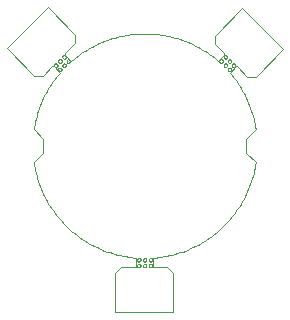
<source format=gko>
G75*
%MOIN*%
%OFA0B0*%
%FSLAX25Y25*%
%IPPOS*%
%LPD*%
%AMOC8*
5,1,8,0,0,1.08239X$1,22.5*
%
%ADD10C,0.00004*%
%ADD11C,0.00000*%
D10*
X0053440Y0117553D02*
X0056589Y0120703D01*
X0056589Y0125427D01*
X0053440Y0128577D01*
X0124306Y0125427D02*
X0124306Y0120703D01*
X0127455Y0117553D01*
X0124306Y0125427D02*
X0127455Y0128577D01*
D11*
X0080605Y0080546D02*
X0080605Y0067553D01*
X0099896Y0067553D01*
X0099896Y0080546D01*
X0097928Y0082514D01*
X0093597Y0082514D01*
X0093558Y0082516D01*
X0093520Y0082522D01*
X0093483Y0082531D01*
X0093446Y0082544D01*
X0093411Y0082561D01*
X0093378Y0082580D01*
X0093347Y0082603D01*
X0093318Y0082629D01*
X0093292Y0082658D01*
X0093269Y0082689D01*
X0093250Y0082722D01*
X0093233Y0082757D01*
X0093220Y0082794D01*
X0093211Y0082831D01*
X0093205Y0082869D01*
X0093203Y0082908D01*
X0093203Y0085742D01*
X0091825Y0085073D02*
X0091827Y0085121D01*
X0091833Y0085169D01*
X0091843Y0085216D01*
X0091856Y0085262D01*
X0091874Y0085307D01*
X0091894Y0085351D01*
X0091919Y0085393D01*
X0091947Y0085432D01*
X0091977Y0085469D01*
X0092011Y0085503D01*
X0092048Y0085535D01*
X0092086Y0085564D01*
X0092127Y0085589D01*
X0092170Y0085611D01*
X0092215Y0085629D01*
X0092261Y0085643D01*
X0092308Y0085654D01*
X0092356Y0085661D01*
X0092404Y0085664D01*
X0092452Y0085663D01*
X0092500Y0085658D01*
X0092548Y0085649D01*
X0092594Y0085637D01*
X0092639Y0085620D01*
X0092683Y0085600D01*
X0092725Y0085577D01*
X0092765Y0085550D01*
X0092803Y0085520D01*
X0092838Y0085487D01*
X0092870Y0085451D01*
X0092900Y0085413D01*
X0092926Y0085372D01*
X0092948Y0085329D01*
X0092968Y0085285D01*
X0092983Y0085240D01*
X0092995Y0085193D01*
X0093003Y0085145D01*
X0093007Y0085097D01*
X0093007Y0085049D01*
X0093003Y0085001D01*
X0092995Y0084953D01*
X0092983Y0084906D01*
X0092968Y0084861D01*
X0092948Y0084817D01*
X0092926Y0084774D01*
X0092900Y0084733D01*
X0092870Y0084695D01*
X0092838Y0084659D01*
X0092803Y0084626D01*
X0092765Y0084596D01*
X0092725Y0084569D01*
X0092683Y0084546D01*
X0092639Y0084526D01*
X0092594Y0084509D01*
X0092548Y0084497D01*
X0092500Y0084488D01*
X0092452Y0084483D01*
X0092404Y0084482D01*
X0092356Y0084485D01*
X0092308Y0084492D01*
X0092261Y0084503D01*
X0092215Y0084517D01*
X0092170Y0084535D01*
X0092127Y0084557D01*
X0092086Y0084582D01*
X0092048Y0084611D01*
X0092011Y0084643D01*
X0091977Y0084677D01*
X0091947Y0084714D01*
X0091919Y0084753D01*
X0091894Y0084795D01*
X0091874Y0084839D01*
X0091856Y0084884D01*
X0091843Y0084930D01*
X0091833Y0084977D01*
X0091827Y0085025D01*
X0091825Y0085073D01*
X0089856Y0085073D02*
X0089858Y0085121D01*
X0089864Y0085169D01*
X0089874Y0085216D01*
X0089887Y0085262D01*
X0089905Y0085307D01*
X0089925Y0085351D01*
X0089950Y0085393D01*
X0089978Y0085432D01*
X0090008Y0085469D01*
X0090042Y0085503D01*
X0090079Y0085535D01*
X0090117Y0085564D01*
X0090158Y0085589D01*
X0090201Y0085611D01*
X0090246Y0085629D01*
X0090292Y0085643D01*
X0090339Y0085654D01*
X0090387Y0085661D01*
X0090435Y0085664D01*
X0090483Y0085663D01*
X0090531Y0085658D01*
X0090579Y0085649D01*
X0090625Y0085637D01*
X0090670Y0085620D01*
X0090714Y0085600D01*
X0090756Y0085577D01*
X0090796Y0085550D01*
X0090834Y0085520D01*
X0090869Y0085487D01*
X0090901Y0085451D01*
X0090931Y0085413D01*
X0090957Y0085372D01*
X0090979Y0085329D01*
X0090999Y0085285D01*
X0091014Y0085240D01*
X0091026Y0085193D01*
X0091034Y0085145D01*
X0091038Y0085097D01*
X0091038Y0085049D01*
X0091034Y0085001D01*
X0091026Y0084953D01*
X0091014Y0084906D01*
X0090999Y0084861D01*
X0090979Y0084817D01*
X0090957Y0084774D01*
X0090931Y0084733D01*
X0090901Y0084695D01*
X0090869Y0084659D01*
X0090834Y0084626D01*
X0090796Y0084596D01*
X0090756Y0084569D01*
X0090714Y0084546D01*
X0090670Y0084526D01*
X0090625Y0084509D01*
X0090579Y0084497D01*
X0090531Y0084488D01*
X0090483Y0084483D01*
X0090435Y0084482D01*
X0090387Y0084485D01*
X0090339Y0084492D01*
X0090292Y0084503D01*
X0090246Y0084517D01*
X0090201Y0084535D01*
X0090158Y0084557D01*
X0090117Y0084582D01*
X0090079Y0084611D01*
X0090042Y0084643D01*
X0090008Y0084677D01*
X0089978Y0084714D01*
X0089950Y0084753D01*
X0089925Y0084795D01*
X0089905Y0084839D01*
X0089887Y0084884D01*
X0089874Y0084930D01*
X0089864Y0084977D01*
X0089858Y0085025D01*
X0089856Y0085073D01*
X0087888Y0085073D02*
X0087890Y0085121D01*
X0087896Y0085169D01*
X0087906Y0085216D01*
X0087919Y0085262D01*
X0087937Y0085307D01*
X0087957Y0085351D01*
X0087982Y0085393D01*
X0088010Y0085432D01*
X0088040Y0085469D01*
X0088074Y0085503D01*
X0088111Y0085535D01*
X0088149Y0085564D01*
X0088190Y0085589D01*
X0088233Y0085611D01*
X0088278Y0085629D01*
X0088324Y0085643D01*
X0088371Y0085654D01*
X0088419Y0085661D01*
X0088467Y0085664D01*
X0088515Y0085663D01*
X0088563Y0085658D01*
X0088611Y0085649D01*
X0088657Y0085637D01*
X0088702Y0085620D01*
X0088746Y0085600D01*
X0088788Y0085577D01*
X0088828Y0085550D01*
X0088866Y0085520D01*
X0088901Y0085487D01*
X0088933Y0085451D01*
X0088963Y0085413D01*
X0088989Y0085372D01*
X0089011Y0085329D01*
X0089031Y0085285D01*
X0089046Y0085240D01*
X0089058Y0085193D01*
X0089066Y0085145D01*
X0089070Y0085097D01*
X0089070Y0085049D01*
X0089066Y0085001D01*
X0089058Y0084953D01*
X0089046Y0084906D01*
X0089031Y0084861D01*
X0089011Y0084817D01*
X0088989Y0084774D01*
X0088963Y0084733D01*
X0088933Y0084695D01*
X0088901Y0084659D01*
X0088866Y0084626D01*
X0088828Y0084596D01*
X0088788Y0084569D01*
X0088746Y0084546D01*
X0088702Y0084526D01*
X0088657Y0084509D01*
X0088611Y0084497D01*
X0088563Y0084488D01*
X0088515Y0084483D01*
X0088467Y0084482D01*
X0088419Y0084485D01*
X0088371Y0084492D01*
X0088324Y0084503D01*
X0088278Y0084517D01*
X0088233Y0084535D01*
X0088190Y0084557D01*
X0088149Y0084582D01*
X0088111Y0084611D01*
X0088074Y0084643D01*
X0088040Y0084677D01*
X0088010Y0084714D01*
X0087982Y0084753D01*
X0087957Y0084795D01*
X0087937Y0084839D01*
X0087919Y0084884D01*
X0087906Y0084930D01*
X0087896Y0084977D01*
X0087890Y0085025D01*
X0087888Y0085073D01*
X0087692Y0085742D02*
X0087692Y0082908D01*
X0087690Y0082869D01*
X0087684Y0082831D01*
X0087675Y0082794D01*
X0087662Y0082757D01*
X0087645Y0082722D01*
X0087626Y0082689D01*
X0087603Y0082658D01*
X0087577Y0082629D01*
X0087548Y0082603D01*
X0087517Y0082580D01*
X0087484Y0082561D01*
X0087449Y0082544D01*
X0087412Y0082531D01*
X0087375Y0082522D01*
X0087337Y0082516D01*
X0087298Y0082514D01*
X0082573Y0082514D01*
X0080605Y0080546D01*
X0087888Y0083105D02*
X0087890Y0083153D01*
X0087896Y0083201D01*
X0087906Y0083248D01*
X0087919Y0083294D01*
X0087937Y0083339D01*
X0087957Y0083383D01*
X0087982Y0083425D01*
X0088010Y0083464D01*
X0088040Y0083501D01*
X0088074Y0083535D01*
X0088111Y0083567D01*
X0088149Y0083596D01*
X0088190Y0083621D01*
X0088233Y0083643D01*
X0088278Y0083661D01*
X0088324Y0083675D01*
X0088371Y0083686D01*
X0088419Y0083693D01*
X0088467Y0083696D01*
X0088515Y0083695D01*
X0088563Y0083690D01*
X0088611Y0083681D01*
X0088657Y0083669D01*
X0088702Y0083652D01*
X0088746Y0083632D01*
X0088788Y0083609D01*
X0088828Y0083582D01*
X0088866Y0083552D01*
X0088901Y0083519D01*
X0088933Y0083483D01*
X0088963Y0083445D01*
X0088989Y0083404D01*
X0089011Y0083361D01*
X0089031Y0083317D01*
X0089046Y0083272D01*
X0089058Y0083225D01*
X0089066Y0083177D01*
X0089070Y0083129D01*
X0089070Y0083081D01*
X0089066Y0083033D01*
X0089058Y0082985D01*
X0089046Y0082938D01*
X0089031Y0082893D01*
X0089011Y0082849D01*
X0088989Y0082806D01*
X0088963Y0082765D01*
X0088933Y0082727D01*
X0088901Y0082691D01*
X0088866Y0082658D01*
X0088828Y0082628D01*
X0088788Y0082601D01*
X0088746Y0082578D01*
X0088702Y0082558D01*
X0088657Y0082541D01*
X0088611Y0082529D01*
X0088563Y0082520D01*
X0088515Y0082515D01*
X0088467Y0082514D01*
X0088419Y0082517D01*
X0088371Y0082524D01*
X0088324Y0082535D01*
X0088278Y0082549D01*
X0088233Y0082567D01*
X0088190Y0082589D01*
X0088149Y0082614D01*
X0088111Y0082643D01*
X0088074Y0082675D01*
X0088040Y0082709D01*
X0088010Y0082746D01*
X0087982Y0082785D01*
X0087957Y0082827D01*
X0087937Y0082871D01*
X0087919Y0082916D01*
X0087906Y0082962D01*
X0087896Y0083009D01*
X0087890Y0083057D01*
X0087888Y0083105D01*
X0089856Y0083105D02*
X0089858Y0083153D01*
X0089864Y0083201D01*
X0089874Y0083248D01*
X0089887Y0083294D01*
X0089905Y0083339D01*
X0089925Y0083383D01*
X0089950Y0083425D01*
X0089978Y0083464D01*
X0090008Y0083501D01*
X0090042Y0083535D01*
X0090079Y0083567D01*
X0090117Y0083596D01*
X0090158Y0083621D01*
X0090201Y0083643D01*
X0090246Y0083661D01*
X0090292Y0083675D01*
X0090339Y0083686D01*
X0090387Y0083693D01*
X0090435Y0083696D01*
X0090483Y0083695D01*
X0090531Y0083690D01*
X0090579Y0083681D01*
X0090625Y0083669D01*
X0090670Y0083652D01*
X0090714Y0083632D01*
X0090756Y0083609D01*
X0090796Y0083582D01*
X0090834Y0083552D01*
X0090869Y0083519D01*
X0090901Y0083483D01*
X0090931Y0083445D01*
X0090957Y0083404D01*
X0090979Y0083361D01*
X0090999Y0083317D01*
X0091014Y0083272D01*
X0091026Y0083225D01*
X0091034Y0083177D01*
X0091038Y0083129D01*
X0091038Y0083081D01*
X0091034Y0083033D01*
X0091026Y0082985D01*
X0091014Y0082938D01*
X0090999Y0082893D01*
X0090979Y0082849D01*
X0090957Y0082806D01*
X0090931Y0082765D01*
X0090901Y0082727D01*
X0090869Y0082691D01*
X0090834Y0082658D01*
X0090796Y0082628D01*
X0090756Y0082601D01*
X0090714Y0082578D01*
X0090670Y0082558D01*
X0090625Y0082541D01*
X0090579Y0082529D01*
X0090531Y0082520D01*
X0090483Y0082515D01*
X0090435Y0082514D01*
X0090387Y0082517D01*
X0090339Y0082524D01*
X0090292Y0082535D01*
X0090246Y0082549D01*
X0090201Y0082567D01*
X0090158Y0082589D01*
X0090117Y0082614D01*
X0090079Y0082643D01*
X0090042Y0082675D01*
X0090008Y0082709D01*
X0089978Y0082746D01*
X0089950Y0082785D01*
X0089925Y0082827D01*
X0089905Y0082871D01*
X0089887Y0082916D01*
X0089874Y0082962D01*
X0089864Y0083009D01*
X0089858Y0083057D01*
X0089856Y0083105D01*
X0091825Y0083105D02*
X0091827Y0083153D01*
X0091833Y0083201D01*
X0091843Y0083248D01*
X0091856Y0083294D01*
X0091874Y0083339D01*
X0091894Y0083383D01*
X0091919Y0083425D01*
X0091947Y0083464D01*
X0091977Y0083501D01*
X0092011Y0083535D01*
X0092048Y0083567D01*
X0092086Y0083596D01*
X0092127Y0083621D01*
X0092170Y0083643D01*
X0092215Y0083661D01*
X0092261Y0083675D01*
X0092308Y0083686D01*
X0092356Y0083693D01*
X0092404Y0083696D01*
X0092452Y0083695D01*
X0092500Y0083690D01*
X0092548Y0083681D01*
X0092594Y0083669D01*
X0092639Y0083652D01*
X0092683Y0083632D01*
X0092725Y0083609D01*
X0092765Y0083582D01*
X0092803Y0083552D01*
X0092838Y0083519D01*
X0092870Y0083483D01*
X0092900Y0083445D01*
X0092926Y0083404D01*
X0092948Y0083361D01*
X0092968Y0083317D01*
X0092983Y0083272D01*
X0092995Y0083225D01*
X0093003Y0083177D01*
X0093007Y0083129D01*
X0093007Y0083081D01*
X0093003Y0083033D01*
X0092995Y0082985D01*
X0092983Y0082938D01*
X0092968Y0082893D01*
X0092948Y0082849D01*
X0092926Y0082806D01*
X0092900Y0082765D01*
X0092870Y0082727D01*
X0092838Y0082691D01*
X0092803Y0082658D01*
X0092765Y0082628D01*
X0092725Y0082601D01*
X0092683Y0082578D01*
X0092639Y0082558D01*
X0092594Y0082541D01*
X0092548Y0082529D01*
X0092500Y0082520D01*
X0092452Y0082515D01*
X0092404Y0082514D01*
X0092356Y0082517D01*
X0092308Y0082524D01*
X0092261Y0082535D01*
X0092215Y0082549D01*
X0092170Y0082567D01*
X0092127Y0082589D01*
X0092086Y0082614D01*
X0092048Y0082643D01*
X0092011Y0082675D01*
X0091977Y0082709D01*
X0091947Y0082746D01*
X0091919Y0082785D01*
X0091894Y0082827D01*
X0091874Y0082871D01*
X0091856Y0082916D01*
X0091843Y0082962D01*
X0091833Y0083009D01*
X0091827Y0083057D01*
X0091825Y0083105D01*
X0127456Y0128577D02*
X0127309Y0129481D01*
X0127141Y0130382D01*
X0126951Y0131278D01*
X0126738Y0132168D01*
X0126504Y0133054D01*
X0126249Y0133933D01*
X0125972Y0134806D01*
X0125673Y0135672D01*
X0125354Y0136531D01*
X0125013Y0137381D01*
X0124652Y0138222D01*
X0124271Y0139055D01*
X0123869Y0139878D01*
X0123447Y0140691D01*
X0123005Y0141493D01*
X0122544Y0142284D01*
X0122064Y0143064D01*
X0121564Y0143832D01*
X0121046Y0144587D01*
X0120510Y0145330D01*
X0119956Y0146059D01*
X0119384Y0146774D01*
X0118794Y0147475D01*
X0120792Y0149512D01*
X0120791Y0149513D02*
X0120820Y0149539D01*
X0120851Y0149562D01*
X0120884Y0149581D01*
X0120919Y0149598D01*
X0120956Y0149611D01*
X0120993Y0149620D01*
X0121031Y0149626D01*
X0121070Y0149628D01*
X0121109Y0149626D01*
X0121147Y0149620D01*
X0121184Y0149611D01*
X0121221Y0149598D01*
X0121256Y0149581D01*
X0121289Y0149562D01*
X0121320Y0149539D01*
X0121349Y0149513D01*
X0121349Y0149512D02*
X0124689Y0146171D01*
X0127473Y0146171D01*
X0136660Y0155358D01*
X0123019Y0168999D01*
X0113832Y0159813D01*
X0113832Y0157029D01*
X0116894Y0153966D01*
X0116895Y0153967D02*
X0116921Y0153938D01*
X0116944Y0153907D01*
X0116963Y0153874D01*
X0116980Y0153839D01*
X0116993Y0153802D01*
X0117002Y0153765D01*
X0117008Y0153727D01*
X0117010Y0153688D01*
X0117008Y0153649D01*
X0117002Y0153611D01*
X0116993Y0153574D01*
X0116980Y0153537D01*
X0116963Y0153502D01*
X0116944Y0153469D01*
X0116921Y0153438D01*
X0116895Y0153409D01*
X0116894Y0153410D02*
X0114857Y0151412D01*
X0115329Y0151322D02*
X0115331Y0151370D01*
X0115337Y0151418D01*
X0115347Y0151465D01*
X0115360Y0151511D01*
X0115378Y0151556D01*
X0115398Y0151600D01*
X0115423Y0151642D01*
X0115451Y0151681D01*
X0115481Y0151718D01*
X0115515Y0151752D01*
X0115552Y0151784D01*
X0115590Y0151813D01*
X0115631Y0151838D01*
X0115674Y0151860D01*
X0115719Y0151878D01*
X0115765Y0151892D01*
X0115812Y0151903D01*
X0115860Y0151910D01*
X0115908Y0151913D01*
X0115956Y0151912D01*
X0116004Y0151907D01*
X0116052Y0151898D01*
X0116098Y0151886D01*
X0116143Y0151869D01*
X0116187Y0151849D01*
X0116229Y0151826D01*
X0116269Y0151799D01*
X0116307Y0151769D01*
X0116342Y0151736D01*
X0116374Y0151700D01*
X0116404Y0151662D01*
X0116430Y0151621D01*
X0116452Y0151578D01*
X0116472Y0151534D01*
X0116487Y0151489D01*
X0116499Y0151442D01*
X0116507Y0151394D01*
X0116511Y0151346D01*
X0116511Y0151298D01*
X0116507Y0151250D01*
X0116499Y0151202D01*
X0116487Y0151155D01*
X0116472Y0151110D01*
X0116452Y0151066D01*
X0116430Y0151023D01*
X0116404Y0150982D01*
X0116374Y0150944D01*
X0116342Y0150908D01*
X0116307Y0150875D01*
X0116269Y0150845D01*
X0116229Y0150818D01*
X0116187Y0150795D01*
X0116143Y0150775D01*
X0116098Y0150758D01*
X0116052Y0150746D01*
X0116004Y0150737D01*
X0115956Y0150732D01*
X0115908Y0150731D01*
X0115860Y0150734D01*
X0115812Y0150741D01*
X0115765Y0150752D01*
X0115719Y0150766D01*
X0115674Y0150784D01*
X0115631Y0150806D01*
X0115590Y0150831D01*
X0115552Y0150860D01*
X0115515Y0150892D01*
X0115481Y0150926D01*
X0115451Y0150963D01*
X0115423Y0151002D01*
X0115398Y0151044D01*
X0115378Y0151088D01*
X0115360Y0151133D01*
X0115347Y0151179D01*
X0115337Y0151226D01*
X0115331Y0151274D01*
X0115329Y0151322D01*
X0116721Y0152714D02*
X0116723Y0152762D01*
X0116729Y0152810D01*
X0116739Y0152857D01*
X0116752Y0152903D01*
X0116770Y0152948D01*
X0116790Y0152992D01*
X0116815Y0153034D01*
X0116843Y0153073D01*
X0116873Y0153110D01*
X0116907Y0153144D01*
X0116944Y0153176D01*
X0116982Y0153205D01*
X0117023Y0153230D01*
X0117066Y0153252D01*
X0117111Y0153270D01*
X0117157Y0153284D01*
X0117204Y0153295D01*
X0117252Y0153302D01*
X0117300Y0153305D01*
X0117348Y0153304D01*
X0117396Y0153299D01*
X0117444Y0153290D01*
X0117490Y0153278D01*
X0117535Y0153261D01*
X0117579Y0153241D01*
X0117621Y0153218D01*
X0117661Y0153191D01*
X0117699Y0153161D01*
X0117734Y0153128D01*
X0117766Y0153092D01*
X0117796Y0153054D01*
X0117822Y0153013D01*
X0117844Y0152970D01*
X0117864Y0152926D01*
X0117879Y0152881D01*
X0117891Y0152834D01*
X0117899Y0152786D01*
X0117903Y0152738D01*
X0117903Y0152690D01*
X0117899Y0152642D01*
X0117891Y0152594D01*
X0117879Y0152547D01*
X0117864Y0152502D01*
X0117844Y0152458D01*
X0117822Y0152415D01*
X0117796Y0152374D01*
X0117766Y0152336D01*
X0117734Y0152300D01*
X0117699Y0152267D01*
X0117661Y0152237D01*
X0117621Y0152210D01*
X0117579Y0152187D01*
X0117535Y0152167D01*
X0117490Y0152150D01*
X0117444Y0152138D01*
X0117396Y0152129D01*
X0117348Y0152124D01*
X0117300Y0152123D01*
X0117252Y0152126D01*
X0117204Y0152133D01*
X0117157Y0152144D01*
X0117111Y0152158D01*
X0117066Y0152176D01*
X0117023Y0152198D01*
X0116982Y0152223D01*
X0116944Y0152252D01*
X0116907Y0152284D01*
X0116873Y0152318D01*
X0116843Y0152355D01*
X0116815Y0152394D01*
X0116790Y0152436D01*
X0116770Y0152480D01*
X0116752Y0152525D01*
X0116739Y0152571D01*
X0116729Y0152618D01*
X0116723Y0152666D01*
X0116721Y0152714D01*
X0118113Y0151322D02*
X0118115Y0151370D01*
X0118121Y0151418D01*
X0118131Y0151465D01*
X0118144Y0151511D01*
X0118162Y0151556D01*
X0118182Y0151600D01*
X0118207Y0151642D01*
X0118235Y0151681D01*
X0118265Y0151718D01*
X0118299Y0151752D01*
X0118336Y0151784D01*
X0118374Y0151813D01*
X0118415Y0151838D01*
X0118458Y0151860D01*
X0118503Y0151878D01*
X0118549Y0151892D01*
X0118596Y0151903D01*
X0118644Y0151910D01*
X0118692Y0151913D01*
X0118740Y0151912D01*
X0118788Y0151907D01*
X0118836Y0151898D01*
X0118882Y0151886D01*
X0118927Y0151869D01*
X0118971Y0151849D01*
X0119013Y0151826D01*
X0119053Y0151799D01*
X0119091Y0151769D01*
X0119126Y0151736D01*
X0119158Y0151700D01*
X0119188Y0151662D01*
X0119214Y0151621D01*
X0119236Y0151578D01*
X0119256Y0151534D01*
X0119271Y0151489D01*
X0119283Y0151442D01*
X0119291Y0151394D01*
X0119295Y0151346D01*
X0119295Y0151298D01*
X0119291Y0151250D01*
X0119283Y0151202D01*
X0119271Y0151155D01*
X0119256Y0151110D01*
X0119236Y0151066D01*
X0119214Y0151023D01*
X0119188Y0150982D01*
X0119158Y0150944D01*
X0119126Y0150908D01*
X0119091Y0150875D01*
X0119053Y0150845D01*
X0119013Y0150818D01*
X0118971Y0150795D01*
X0118927Y0150775D01*
X0118882Y0150758D01*
X0118836Y0150746D01*
X0118788Y0150737D01*
X0118740Y0150732D01*
X0118692Y0150731D01*
X0118644Y0150734D01*
X0118596Y0150741D01*
X0118549Y0150752D01*
X0118503Y0150766D01*
X0118458Y0150784D01*
X0118415Y0150806D01*
X0118374Y0150831D01*
X0118336Y0150860D01*
X0118299Y0150892D01*
X0118265Y0150926D01*
X0118235Y0150963D01*
X0118207Y0151002D01*
X0118182Y0151044D01*
X0118162Y0151088D01*
X0118144Y0151133D01*
X0118131Y0151179D01*
X0118121Y0151226D01*
X0118115Y0151274D01*
X0118113Y0151322D01*
X0116721Y0149930D02*
X0116723Y0149978D01*
X0116729Y0150026D01*
X0116739Y0150073D01*
X0116752Y0150119D01*
X0116770Y0150164D01*
X0116790Y0150208D01*
X0116815Y0150250D01*
X0116843Y0150289D01*
X0116873Y0150326D01*
X0116907Y0150360D01*
X0116944Y0150392D01*
X0116982Y0150421D01*
X0117023Y0150446D01*
X0117066Y0150468D01*
X0117111Y0150486D01*
X0117157Y0150500D01*
X0117204Y0150511D01*
X0117252Y0150518D01*
X0117300Y0150521D01*
X0117348Y0150520D01*
X0117396Y0150515D01*
X0117444Y0150506D01*
X0117490Y0150494D01*
X0117535Y0150477D01*
X0117579Y0150457D01*
X0117621Y0150434D01*
X0117661Y0150407D01*
X0117699Y0150377D01*
X0117734Y0150344D01*
X0117766Y0150308D01*
X0117796Y0150270D01*
X0117822Y0150229D01*
X0117844Y0150186D01*
X0117864Y0150142D01*
X0117879Y0150097D01*
X0117891Y0150050D01*
X0117899Y0150002D01*
X0117903Y0149954D01*
X0117903Y0149906D01*
X0117899Y0149858D01*
X0117891Y0149810D01*
X0117879Y0149763D01*
X0117864Y0149718D01*
X0117844Y0149674D01*
X0117822Y0149631D01*
X0117796Y0149590D01*
X0117766Y0149552D01*
X0117734Y0149516D01*
X0117699Y0149483D01*
X0117661Y0149453D01*
X0117621Y0149426D01*
X0117579Y0149403D01*
X0117535Y0149383D01*
X0117490Y0149366D01*
X0117444Y0149354D01*
X0117396Y0149345D01*
X0117348Y0149340D01*
X0117300Y0149339D01*
X0117252Y0149342D01*
X0117204Y0149349D01*
X0117157Y0149360D01*
X0117111Y0149374D01*
X0117066Y0149392D01*
X0117023Y0149414D01*
X0116982Y0149439D01*
X0116944Y0149468D01*
X0116907Y0149500D01*
X0116873Y0149534D01*
X0116843Y0149571D01*
X0116815Y0149610D01*
X0116790Y0149652D01*
X0116770Y0149696D01*
X0116752Y0149741D01*
X0116739Y0149787D01*
X0116729Y0149834D01*
X0116723Y0149882D01*
X0116721Y0149930D01*
X0118113Y0148538D02*
X0118115Y0148586D01*
X0118121Y0148634D01*
X0118131Y0148681D01*
X0118144Y0148727D01*
X0118162Y0148772D01*
X0118182Y0148816D01*
X0118207Y0148858D01*
X0118235Y0148897D01*
X0118265Y0148934D01*
X0118299Y0148968D01*
X0118336Y0149000D01*
X0118374Y0149029D01*
X0118415Y0149054D01*
X0118458Y0149076D01*
X0118503Y0149094D01*
X0118549Y0149108D01*
X0118596Y0149119D01*
X0118644Y0149126D01*
X0118692Y0149129D01*
X0118740Y0149128D01*
X0118788Y0149123D01*
X0118836Y0149114D01*
X0118882Y0149102D01*
X0118927Y0149085D01*
X0118971Y0149065D01*
X0119013Y0149042D01*
X0119053Y0149015D01*
X0119091Y0148985D01*
X0119126Y0148952D01*
X0119158Y0148916D01*
X0119188Y0148878D01*
X0119214Y0148837D01*
X0119236Y0148794D01*
X0119256Y0148750D01*
X0119271Y0148705D01*
X0119283Y0148658D01*
X0119291Y0148610D01*
X0119295Y0148562D01*
X0119295Y0148514D01*
X0119291Y0148466D01*
X0119283Y0148418D01*
X0119271Y0148371D01*
X0119256Y0148326D01*
X0119236Y0148282D01*
X0119214Y0148239D01*
X0119188Y0148198D01*
X0119158Y0148160D01*
X0119126Y0148124D01*
X0119091Y0148091D01*
X0119053Y0148061D01*
X0119013Y0148034D01*
X0118971Y0148011D01*
X0118927Y0147991D01*
X0118882Y0147974D01*
X0118836Y0147962D01*
X0118788Y0147953D01*
X0118740Y0147948D01*
X0118692Y0147947D01*
X0118644Y0147950D01*
X0118596Y0147957D01*
X0118549Y0147968D01*
X0118503Y0147982D01*
X0118458Y0148000D01*
X0118415Y0148022D01*
X0118374Y0148047D01*
X0118336Y0148076D01*
X0118299Y0148108D01*
X0118265Y0148142D01*
X0118235Y0148179D01*
X0118207Y0148218D01*
X0118182Y0148260D01*
X0118162Y0148304D01*
X0118144Y0148349D01*
X0118131Y0148395D01*
X0118121Y0148442D01*
X0118115Y0148490D01*
X0118113Y0148538D01*
X0119505Y0149930D02*
X0119507Y0149978D01*
X0119513Y0150026D01*
X0119523Y0150073D01*
X0119536Y0150119D01*
X0119554Y0150164D01*
X0119574Y0150208D01*
X0119599Y0150250D01*
X0119627Y0150289D01*
X0119657Y0150326D01*
X0119691Y0150360D01*
X0119728Y0150392D01*
X0119766Y0150421D01*
X0119807Y0150446D01*
X0119850Y0150468D01*
X0119895Y0150486D01*
X0119941Y0150500D01*
X0119988Y0150511D01*
X0120036Y0150518D01*
X0120084Y0150521D01*
X0120132Y0150520D01*
X0120180Y0150515D01*
X0120228Y0150506D01*
X0120274Y0150494D01*
X0120319Y0150477D01*
X0120363Y0150457D01*
X0120405Y0150434D01*
X0120445Y0150407D01*
X0120483Y0150377D01*
X0120518Y0150344D01*
X0120550Y0150308D01*
X0120580Y0150270D01*
X0120606Y0150229D01*
X0120628Y0150186D01*
X0120648Y0150142D01*
X0120663Y0150097D01*
X0120675Y0150050D01*
X0120683Y0150002D01*
X0120687Y0149954D01*
X0120687Y0149906D01*
X0120683Y0149858D01*
X0120675Y0149810D01*
X0120663Y0149763D01*
X0120648Y0149718D01*
X0120628Y0149674D01*
X0120606Y0149631D01*
X0120580Y0149590D01*
X0120550Y0149552D01*
X0120518Y0149516D01*
X0120483Y0149483D01*
X0120445Y0149453D01*
X0120405Y0149426D01*
X0120363Y0149403D01*
X0120319Y0149383D01*
X0120274Y0149366D01*
X0120228Y0149354D01*
X0120180Y0149345D01*
X0120132Y0149340D01*
X0120084Y0149339D01*
X0120036Y0149342D01*
X0119988Y0149349D01*
X0119941Y0149360D01*
X0119895Y0149374D01*
X0119850Y0149392D01*
X0119807Y0149414D01*
X0119766Y0149439D01*
X0119728Y0149468D01*
X0119691Y0149500D01*
X0119657Y0149534D01*
X0119627Y0149571D01*
X0119599Y0149610D01*
X0119574Y0149652D01*
X0119554Y0149696D01*
X0119536Y0149741D01*
X0119523Y0149787D01*
X0119513Y0149834D01*
X0119507Y0149882D01*
X0119505Y0149930D01*
X0087691Y0085743D02*
X0086777Y0085822D01*
X0085864Y0085923D01*
X0084955Y0086047D01*
X0084048Y0086193D01*
X0083146Y0086361D01*
X0082248Y0086551D01*
X0081355Y0086764D01*
X0080467Y0086998D01*
X0079586Y0087253D01*
X0078711Y0087531D01*
X0077843Y0087829D01*
X0076982Y0088149D01*
X0076130Y0088490D01*
X0075286Y0088852D01*
X0074452Y0089234D01*
X0073627Y0089637D01*
X0072812Y0090060D01*
X0072008Y0090502D01*
X0071215Y0090965D01*
X0070433Y0091446D01*
X0069664Y0091947D01*
X0068907Y0092466D01*
X0068163Y0093004D01*
X0067432Y0093559D01*
X0066716Y0094133D01*
X0066013Y0094724D01*
X0065325Y0095332D01*
X0064653Y0095957D01*
X0063996Y0096598D01*
X0063354Y0097254D01*
X0062730Y0097927D01*
X0062121Y0098614D01*
X0061530Y0099317D01*
X0060957Y0100033D01*
X0060401Y0100764D01*
X0059863Y0101508D01*
X0059343Y0102264D01*
X0058842Y0103034D01*
X0058361Y0103815D01*
X0057898Y0104608D01*
X0057455Y0105412D01*
X0057032Y0106227D01*
X0056630Y0107052D01*
X0056247Y0107886D01*
X0055885Y0108730D01*
X0055544Y0109582D01*
X0055224Y0110442D01*
X0054925Y0111310D01*
X0054647Y0112185D01*
X0054391Y0113067D01*
X0054157Y0113954D01*
X0053945Y0114847D01*
X0053754Y0115745D01*
X0053586Y0116648D01*
X0053439Y0117554D01*
X0053700Y0146450D02*
X0056484Y0146450D01*
X0059546Y0149512D01*
X0059546Y0149513D02*
X0059575Y0149539D01*
X0059606Y0149562D01*
X0059639Y0149581D01*
X0059674Y0149598D01*
X0059711Y0149611D01*
X0059748Y0149620D01*
X0059786Y0149626D01*
X0059825Y0149628D01*
X0059864Y0149626D01*
X0059902Y0149620D01*
X0059939Y0149611D01*
X0059976Y0149598D01*
X0060011Y0149581D01*
X0060044Y0149562D01*
X0060075Y0149539D01*
X0060104Y0149513D01*
X0060103Y0149512D02*
X0062101Y0147475D01*
X0061600Y0148538D02*
X0061602Y0148586D01*
X0061608Y0148634D01*
X0061618Y0148681D01*
X0061631Y0148727D01*
X0061649Y0148772D01*
X0061669Y0148816D01*
X0061694Y0148858D01*
X0061722Y0148897D01*
X0061752Y0148934D01*
X0061786Y0148968D01*
X0061823Y0149000D01*
X0061861Y0149029D01*
X0061902Y0149054D01*
X0061945Y0149076D01*
X0061990Y0149094D01*
X0062036Y0149108D01*
X0062083Y0149119D01*
X0062131Y0149126D01*
X0062179Y0149129D01*
X0062227Y0149128D01*
X0062275Y0149123D01*
X0062323Y0149114D01*
X0062369Y0149102D01*
X0062414Y0149085D01*
X0062458Y0149065D01*
X0062500Y0149042D01*
X0062540Y0149015D01*
X0062578Y0148985D01*
X0062613Y0148952D01*
X0062645Y0148916D01*
X0062675Y0148878D01*
X0062701Y0148837D01*
X0062723Y0148794D01*
X0062743Y0148750D01*
X0062758Y0148705D01*
X0062770Y0148658D01*
X0062778Y0148610D01*
X0062782Y0148562D01*
X0062782Y0148514D01*
X0062778Y0148466D01*
X0062770Y0148418D01*
X0062758Y0148371D01*
X0062743Y0148326D01*
X0062723Y0148282D01*
X0062701Y0148239D01*
X0062675Y0148198D01*
X0062645Y0148160D01*
X0062613Y0148124D01*
X0062578Y0148091D01*
X0062540Y0148061D01*
X0062500Y0148034D01*
X0062458Y0148011D01*
X0062414Y0147991D01*
X0062369Y0147974D01*
X0062323Y0147962D01*
X0062275Y0147953D01*
X0062227Y0147948D01*
X0062179Y0147947D01*
X0062131Y0147950D01*
X0062083Y0147957D01*
X0062036Y0147968D01*
X0061990Y0147982D01*
X0061945Y0148000D01*
X0061902Y0148022D01*
X0061861Y0148047D01*
X0061823Y0148076D01*
X0061786Y0148108D01*
X0061752Y0148142D01*
X0061722Y0148179D01*
X0061694Y0148218D01*
X0061669Y0148260D01*
X0061649Y0148304D01*
X0061631Y0148349D01*
X0061618Y0148395D01*
X0061608Y0148442D01*
X0061602Y0148490D01*
X0061600Y0148538D01*
X0060208Y0149930D02*
X0060210Y0149978D01*
X0060216Y0150026D01*
X0060226Y0150073D01*
X0060239Y0150119D01*
X0060257Y0150164D01*
X0060277Y0150208D01*
X0060302Y0150250D01*
X0060330Y0150289D01*
X0060360Y0150326D01*
X0060394Y0150360D01*
X0060431Y0150392D01*
X0060469Y0150421D01*
X0060510Y0150446D01*
X0060553Y0150468D01*
X0060598Y0150486D01*
X0060644Y0150500D01*
X0060691Y0150511D01*
X0060739Y0150518D01*
X0060787Y0150521D01*
X0060835Y0150520D01*
X0060883Y0150515D01*
X0060931Y0150506D01*
X0060977Y0150494D01*
X0061022Y0150477D01*
X0061066Y0150457D01*
X0061108Y0150434D01*
X0061148Y0150407D01*
X0061186Y0150377D01*
X0061221Y0150344D01*
X0061253Y0150308D01*
X0061283Y0150270D01*
X0061309Y0150229D01*
X0061331Y0150186D01*
X0061351Y0150142D01*
X0061366Y0150097D01*
X0061378Y0150050D01*
X0061386Y0150002D01*
X0061390Y0149954D01*
X0061390Y0149906D01*
X0061386Y0149858D01*
X0061378Y0149810D01*
X0061366Y0149763D01*
X0061351Y0149718D01*
X0061331Y0149674D01*
X0061309Y0149631D01*
X0061283Y0149590D01*
X0061253Y0149552D01*
X0061221Y0149516D01*
X0061186Y0149483D01*
X0061148Y0149453D01*
X0061108Y0149426D01*
X0061066Y0149403D01*
X0061022Y0149383D01*
X0060977Y0149366D01*
X0060931Y0149354D01*
X0060883Y0149345D01*
X0060835Y0149340D01*
X0060787Y0149339D01*
X0060739Y0149342D01*
X0060691Y0149349D01*
X0060644Y0149360D01*
X0060598Y0149374D01*
X0060553Y0149392D01*
X0060510Y0149414D01*
X0060469Y0149439D01*
X0060431Y0149468D01*
X0060394Y0149500D01*
X0060360Y0149534D01*
X0060330Y0149571D01*
X0060302Y0149610D01*
X0060277Y0149652D01*
X0060257Y0149696D01*
X0060239Y0149741D01*
X0060226Y0149787D01*
X0060216Y0149834D01*
X0060210Y0149882D01*
X0060208Y0149930D01*
X0061600Y0151322D02*
X0061602Y0151370D01*
X0061608Y0151418D01*
X0061618Y0151465D01*
X0061631Y0151511D01*
X0061649Y0151556D01*
X0061669Y0151600D01*
X0061694Y0151642D01*
X0061722Y0151681D01*
X0061752Y0151718D01*
X0061786Y0151752D01*
X0061823Y0151784D01*
X0061861Y0151813D01*
X0061902Y0151838D01*
X0061945Y0151860D01*
X0061990Y0151878D01*
X0062036Y0151892D01*
X0062083Y0151903D01*
X0062131Y0151910D01*
X0062179Y0151913D01*
X0062227Y0151912D01*
X0062275Y0151907D01*
X0062323Y0151898D01*
X0062369Y0151886D01*
X0062414Y0151869D01*
X0062458Y0151849D01*
X0062500Y0151826D01*
X0062540Y0151799D01*
X0062578Y0151769D01*
X0062613Y0151736D01*
X0062645Y0151700D01*
X0062675Y0151662D01*
X0062701Y0151621D01*
X0062723Y0151578D01*
X0062743Y0151534D01*
X0062758Y0151489D01*
X0062770Y0151442D01*
X0062778Y0151394D01*
X0062782Y0151346D01*
X0062782Y0151298D01*
X0062778Y0151250D01*
X0062770Y0151202D01*
X0062758Y0151155D01*
X0062743Y0151110D01*
X0062723Y0151066D01*
X0062701Y0151023D01*
X0062675Y0150982D01*
X0062645Y0150944D01*
X0062613Y0150908D01*
X0062578Y0150875D01*
X0062540Y0150845D01*
X0062500Y0150818D01*
X0062458Y0150795D01*
X0062414Y0150775D01*
X0062369Y0150758D01*
X0062323Y0150746D01*
X0062275Y0150737D01*
X0062227Y0150732D01*
X0062179Y0150731D01*
X0062131Y0150734D01*
X0062083Y0150741D01*
X0062036Y0150752D01*
X0061990Y0150766D01*
X0061945Y0150784D01*
X0061902Y0150806D01*
X0061861Y0150831D01*
X0061823Y0150860D01*
X0061786Y0150892D01*
X0061752Y0150926D01*
X0061722Y0150963D01*
X0061694Y0151002D01*
X0061669Y0151044D01*
X0061649Y0151088D01*
X0061631Y0151133D01*
X0061618Y0151179D01*
X0061608Y0151226D01*
X0061602Y0151274D01*
X0061600Y0151322D01*
X0062992Y0152714D02*
X0062994Y0152762D01*
X0063000Y0152810D01*
X0063010Y0152857D01*
X0063023Y0152903D01*
X0063041Y0152948D01*
X0063061Y0152992D01*
X0063086Y0153034D01*
X0063114Y0153073D01*
X0063144Y0153110D01*
X0063178Y0153144D01*
X0063215Y0153176D01*
X0063253Y0153205D01*
X0063294Y0153230D01*
X0063337Y0153252D01*
X0063382Y0153270D01*
X0063428Y0153284D01*
X0063475Y0153295D01*
X0063523Y0153302D01*
X0063571Y0153305D01*
X0063619Y0153304D01*
X0063667Y0153299D01*
X0063715Y0153290D01*
X0063761Y0153278D01*
X0063806Y0153261D01*
X0063850Y0153241D01*
X0063892Y0153218D01*
X0063932Y0153191D01*
X0063970Y0153161D01*
X0064005Y0153128D01*
X0064037Y0153092D01*
X0064067Y0153054D01*
X0064093Y0153013D01*
X0064115Y0152970D01*
X0064135Y0152926D01*
X0064150Y0152881D01*
X0064162Y0152834D01*
X0064170Y0152786D01*
X0064174Y0152738D01*
X0064174Y0152690D01*
X0064170Y0152642D01*
X0064162Y0152594D01*
X0064150Y0152547D01*
X0064135Y0152502D01*
X0064115Y0152458D01*
X0064093Y0152415D01*
X0064067Y0152374D01*
X0064037Y0152336D01*
X0064005Y0152300D01*
X0063970Y0152267D01*
X0063932Y0152237D01*
X0063892Y0152210D01*
X0063850Y0152187D01*
X0063806Y0152167D01*
X0063761Y0152150D01*
X0063715Y0152138D01*
X0063667Y0152129D01*
X0063619Y0152124D01*
X0063571Y0152123D01*
X0063523Y0152126D01*
X0063475Y0152133D01*
X0063428Y0152144D01*
X0063382Y0152158D01*
X0063337Y0152176D01*
X0063294Y0152198D01*
X0063253Y0152223D01*
X0063215Y0152252D01*
X0063178Y0152284D01*
X0063144Y0152318D01*
X0063114Y0152355D01*
X0063086Y0152394D01*
X0063061Y0152436D01*
X0063041Y0152480D01*
X0063023Y0152525D01*
X0063010Y0152571D01*
X0063000Y0152618D01*
X0062994Y0152666D01*
X0062992Y0152714D01*
X0064001Y0153410D02*
X0066038Y0151412D01*
X0064384Y0151322D02*
X0064386Y0151370D01*
X0064392Y0151418D01*
X0064402Y0151465D01*
X0064415Y0151511D01*
X0064433Y0151556D01*
X0064453Y0151600D01*
X0064478Y0151642D01*
X0064506Y0151681D01*
X0064536Y0151718D01*
X0064570Y0151752D01*
X0064607Y0151784D01*
X0064645Y0151813D01*
X0064686Y0151838D01*
X0064729Y0151860D01*
X0064774Y0151878D01*
X0064820Y0151892D01*
X0064867Y0151903D01*
X0064915Y0151910D01*
X0064963Y0151913D01*
X0065011Y0151912D01*
X0065059Y0151907D01*
X0065107Y0151898D01*
X0065153Y0151886D01*
X0065198Y0151869D01*
X0065242Y0151849D01*
X0065284Y0151826D01*
X0065324Y0151799D01*
X0065362Y0151769D01*
X0065397Y0151736D01*
X0065429Y0151700D01*
X0065459Y0151662D01*
X0065485Y0151621D01*
X0065507Y0151578D01*
X0065527Y0151534D01*
X0065542Y0151489D01*
X0065554Y0151442D01*
X0065562Y0151394D01*
X0065566Y0151346D01*
X0065566Y0151298D01*
X0065562Y0151250D01*
X0065554Y0151202D01*
X0065542Y0151155D01*
X0065527Y0151110D01*
X0065507Y0151066D01*
X0065485Y0151023D01*
X0065459Y0150982D01*
X0065429Y0150944D01*
X0065397Y0150908D01*
X0065362Y0150875D01*
X0065324Y0150845D01*
X0065284Y0150818D01*
X0065242Y0150795D01*
X0065198Y0150775D01*
X0065153Y0150758D01*
X0065107Y0150746D01*
X0065059Y0150737D01*
X0065011Y0150732D01*
X0064963Y0150731D01*
X0064915Y0150734D01*
X0064867Y0150741D01*
X0064820Y0150752D01*
X0064774Y0150766D01*
X0064729Y0150784D01*
X0064686Y0150806D01*
X0064645Y0150831D01*
X0064607Y0150860D01*
X0064570Y0150892D01*
X0064536Y0150926D01*
X0064506Y0150963D01*
X0064478Y0151002D01*
X0064453Y0151044D01*
X0064433Y0151088D01*
X0064415Y0151133D01*
X0064402Y0151179D01*
X0064392Y0151226D01*
X0064386Y0151274D01*
X0064384Y0151322D01*
X0062992Y0149930D02*
X0062994Y0149978D01*
X0063000Y0150026D01*
X0063010Y0150073D01*
X0063023Y0150119D01*
X0063041Y0150164D01*
X0063061Y0150208D01*
X0063086Y0150250D01*
X0063114Y0150289D01*
X0063144Y0150326D01*
X0063178Y0150360D01*
X0063215Y0150392D01*
X0063253Y0150421D01*
X0063294Y0150446D01*
X0063337Y0150468D01*
X0063382Y0150486D01*
X0063428Y0150500D01*
X0063475Y0150511D01*
X0063523Y0150518D01*
X0063571Y0150521D01*
X0063619Y0150520D01*
X0063667Y0150515D01*
X0063715Y0150506D01*
X0063761Y0150494D01*
X0063806Y0150477D01*
X0063850Y0150457D01*
X0063892Y0150434D01*
X0063932Y0150407D01*
X0063970Y0150377D01*
X0064005Y0150344D01*
X0064037Y0150308D01*
X0064067Y0150270D01*
X0064093Y0150229D01*
X0064115Y0150186D01*
X0064135Y0150142D01*
X0064150Y0150097D01*
X0064162Y0150050D01*
X0064170Y0150002D01*
X0064174Y0149954D01*
X0064174Y0149906D01*
X0064170Y0149858D01*
X0064162Y0149810D01*
X0064150Y0149763D01*
X0064135Y0149718D01*
X0064115Y0149674D01*
X0064093Y0149631D01*
X0064067Y0149590D01*
X0064037Y0149552D01*
X0064005Y0149516D01*
X0063970Y0149483D01*
X0063932Y0149453D01*
X0063892Y0149426D01*
X0063850Y0149403D01*
X0063806Y0149383D01*
X0063761Y0149366D01*
X0063715Y0149354D01*
X0063667Y0149345D01*
X0063619Y0149340D01*
X0063571Y0149339D01*
X0063523Y0149342D01*
X0063475Y0149349D01*
X0063428Y0149360D01*
X0063382Y0149374D01*
X0063337Y0149392D01*
X0063294Y0149414D01*
X0063253Y0149439D01*
X0063215Y0149468D01*
X0063178Y0149500D01*
X0063144Y0149534D01*
X0063114Y0149571D01*
X0063086Y0149610D01*
X0063061Y0149652D01*
X0063041Y0149696D01*
X0063023Y0149741D01*
X0063010Y0149787D01*
X0063000Y0149834D01*
X0062994Y0149882D01*
X0062992Y0149930D01*
X0064000Y0153409D02*
X0063974Y0153438D01*
X0063951Y0153469D01*
X0063932Y0153502D01*
X0063915Y0153537D01*
X0063902Y0153574D01*
X0063893Y0153611D01*
X0063887Y0153649D01*
X0063885Y0153688D01*
X0063887Y0153727D01*
X0063893Y0153765D01*
X0063902Y0153802D01*
X0063915Y0153839D01*
X0063932Y0153874D01*
X0063951Y0153907D01*
X0063974Y0153938D01*
X0064000Y0153967D01*
X0064001Y0153966D02*
X0067341Y0157307D01*
X0067341Y0160091D01*
X0058154Y0169278D01*
X0044513Y0155637D01*
X0053700Y0146450D01*
X0093204Y0085743D02*
X0094118Y0085822D01*
X0095031Y0085923D01*
X0095940Y0086047D01*
X0096847Y0086193D01*
X0097749Y0086361D01*
X0098647Y0086551D01*
X0099540Y0086764D01*
X0100428Y0086998D01*
X0101309Y0087253D01*
X0102184Y0087531D01*
X0103052Y0087829D01*
X0103913Y0088149D01*
X0104765Y0088490D01*
X0105609Y0088852D01*
X0106443Y0089234D01*
X0107268Y0089637D01*
X0108083Y0090060D01*
X0108887Y0090502D01*
X0109680Y0090965D01*
X0110462Y0091446D01*
X0111231Y0091947D01*
X0111988Y0092466D01*
X0112732Y0093004D01*
X0113463Y0093559D01*
X0114179Y0094133D01*
X0114882Y0094724D01*
X0115570Y0095332D01*
X0116242Y0095957D01*
X0116899Y0096598D01*
X0117541Y0097254D01*
X0118165Y0097927D01*
X0118774Y0098614D01*
X0119365Y0099317D01*
X0119938Y0100033D01*
X0120494Y0100764D01*
X0121032Y0101508D01*
X0121552Y0102264D01*
X0122053Y0103034D01*
X0122534Y0103815D01*
X0122997Y0104608D01*
X0123440Y0105412D01*
X0123863Y0106227D01*
X0124265Y0107052D01*
X0124648Y0107886D01*
X0125010Y0108730D01*
X0125351Y0109582D01*
X0125671Y0110442D01*
X0125970Y0111310D01*
X0126248Y0112185D01*
X0126504Y0113067D01*
X0126738Y0113954D01*
X0126950Y0114847D01*
X0127141Y0115745D01*
X0127309Y0116648D01*
X0127456Y0117554D01*
X0114857Y0151412D02*
X0114154Y0152001D01*
X0113438Y0152574D01*
X0112708Y0153129D01*
X0111964Y0153665D01*
X0111208Y0154183D01*
X0110439Y0154683D01*
X0109658Y0155163D01*
X0108865Y0155625D01*
X0108061Y0156066D01*
X0107247Y0156488D01*
X0106423Y0156890D01*
X0105589Y0157271D01*
X0104746Y0157632D01*
X0103894Y0157972D01*
X0103035Y0158291D01*
X0102168Y0158589D01*
X0101293Y0158866D01*
X0100412Y0159121D01*
X0099526Y0159355D01*
X0098633Y0159566D01*
X0097736Y0159756D01*
X0096835Y0159924D01*
X0095929Y0160069D01*
X0095021Y0160192D01*
X0094109Y0160293D01*
X0093196Y0160372D01*
X0092280Y0160428D01*
X0091364Y0160462D01*
X0090447Y0160473D01*
X0089530Y0160462D01*
X0088614Y0160428D01*
X0087698Y0160372D01*
X0086785Y0160293D01*
X0085873Y0160192D01*
X0084965Y0160069D01*
X0084059Y0159924D01*
X0083158Y0159756D01*
X0082261Y0159566D01*
X0081368Y0159355D01*
X0080482Y0159121D01*
X0079601Y0158866D01*
X0078726Y0158589D01*
X0077859Y0158291D01*
X0077000Y0157972D01*
X0076148Y0157632D01*
X0075305Y0157271D01*
X0074471Y0156890D01*
X0073647Y0156488D01*
X0072833Y0156066D01*
X0072029Y0155625D01*
X0071236Y0155163D01*
X0070455Y0154683D01*
X0069686Y0154183D01*
X0068930Y0153665D01*
X0068186Y0153129D01*
X0067456Y0152574D01*
X0066740Y0152001D01*
X0066037Y0151412D01*
X0062101Y0147475D02*
X0061511Y0146774D01*
X0060939Y0146059D01*
X0060385Y0145330D01*
X0059849Y0144587D01*
X0059331Y0143832D01*
X0058831Y0143064D01*
X0058351Y0142284D01*
X0057890Y0141493D01*
X0057448Y0140691D01*
X0057026Y0139878D01*
X0056624Y0139055D01*
X0056243Y0138222D01*
X0055882Y0137381D01*
X0055541Y0136531D01*
X0055222Y0135672D01*
X0054923Y0134806D01*
X0054646Y0133933D01*
X0054391Y0133054D01*
X0054157Y0132168D01*
X0053944Y0131278D01*
X0053754Y0130382D01*
X0053586Y0129481D01*
X0053439Y0128577D01*
M02*

</source>
